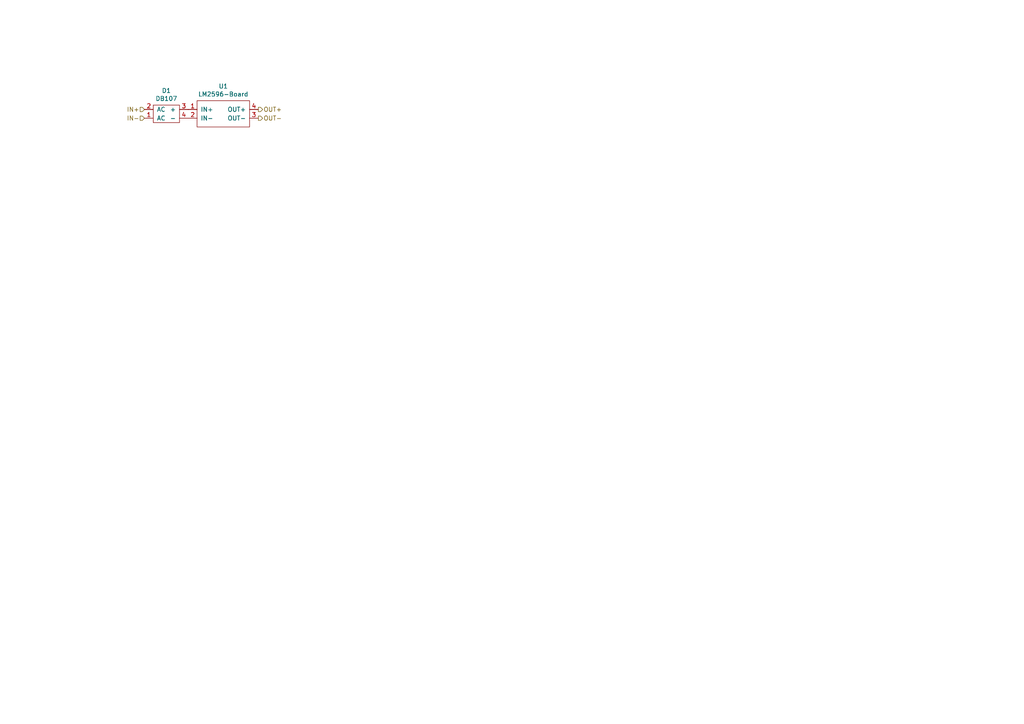
<source format=kicad_sch>
(kicad_sch (version 20210621) (generator eeschema)
  (paper "A4")
  (lib_symbols
    (symbol "boards:LM2596-Board" (pin_names (offset 1.016))
      (property "Reference" "U" (at -6.35 5.08 0))
      (property "Value" "LM2596-Board" (at 0 -5.08 0))
      (symbol "LM2596-Board_0_1"
        (rectangle (start -7.62 3.81) (end 7.62 -3.81))
      )
      (symbol "LM2596-Board_1_1"
        (pin power_in line (at -10.16 1.27 0) (length 2.54) (name "IN+") (number "1"))
        (pin power_in line (at -10.16 -1.27 0) (length 2.54) (name "IN-") (number "2"))
        (pin power_out line (at 10.16 -1.27 180) (length 2.54) (name "OUT-") (number "3"))
        (pin power_out line (at 10.16 1.27 180) (length 2.54) (name "OUT+") (number "4"))
      )
    )
    (symbol "custom:DB107" (pin_names (offset 1.016))
      (property "Reference" "D" (at -2.54 3.81 0))
      (property "Value" "DB107" (at 0 -3.81 0))
      (symbol "DB107_0_1"
        (rectangle (start -3.81 2.54) (end 3.81 -2.54))
        (rectangle (start 6.35 -1.27) (end 6.35 -1.27))
      )
      (symbol "DB107_1_1"
        (pin power_in line (at -6.35 1.27 0) (length 2.54) (name "AC") (number "1"))
        (pin power_in line (at -6.35 -1.27 0) (length 2.54) (name "AC") (number "2"))
        (pin power_out line (at 6.35 -1.27 180) (length 2.54) (name "+") (number "3"))
        (pin power_out line (at 6.35 1.27 180) (length 2.54) (name "-") (number "4"))
      )
    )
  )
  (hierarchical_label "IN+" (shape input) (at 41.91 31.75 180))
  (hierarchical_label "IN-" (shape input) (at 41.91 34.29 180))
  (hierarchical_label "OUT+" (shape output) (at 74.93 31.75 0))
  (hierarchical_label "OUT-" (shape output) (at 74.93 34.29 0))
  (symbol (lib_id "custom:DB107") (at 48.26 33.02 0) (mirror x) (unit 1)
    (property "Reference" "D1" (at 48.26 26.289 0))
    (property "Value" "DB107" (at 48.26 28.6004 0))
    (property "Footprint" "custom:DB107" (effects hide))
  )
  (symbol (lib_id "boards:LM2596-Board") (at 64.77 33.02 0) (unit 1)
    (property "Reference" "U1" (at 64.77 25.019 0))
    (property "Value" "LM2596-Board" (at 64.77 27.3304 0))
    (property "Footprint" "boards:LM2596-Board" (effects hide))
  )
)
</source>
